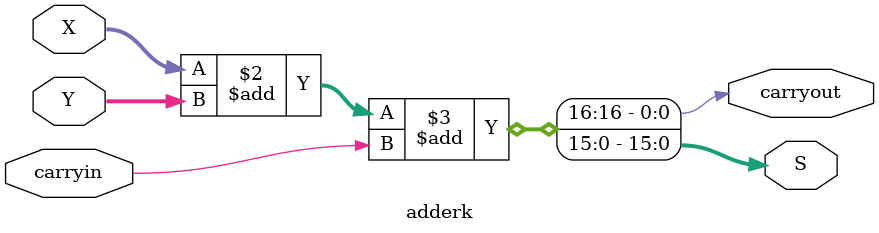
<source format=v>
module adderk (carryin, X, Y, S, carryout);
    parameter k = 16;
    input  [k-1:0] X, Y;
    input  carryin;
    output [k-1:0] S;
    output carryout;
    
    reg [k-1:0] S;
    reg carryout;

    always @(X or Y or carryin) begin
        {carryout, S} = X + Y + carryin;
    end
endmodule


</source>
